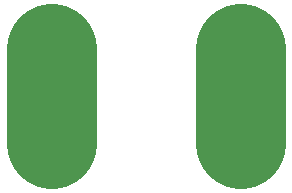
<source format=gbs>
%TF.GenerationSoftware,KiCad,Pcbnew,4.0.5-e0-6337~49~ubuntu16.04.1*%
%TF.CreationDate,2017-05-27T16:38:08-07:00*%
%TF.ProjectId,2x3-Speaker-SMT-11mm-Pitch,3278332D537065616B65722D534D542D,v1.1*%
%TF.FileFunction,Soldermask,Bot*%
%FSLAX46Y46*%
G04 Gerber Fmt 4.6, Leading zero omitted, Abs format (unit mm)*
G04 Created by KiCad (PCBNEW 4.0.5-e0-6337~49~ubuntu16.04.1) date Sat May 27 16:38:08 2017*
%MOMM*%
%LPD*%
G01*
G04 APERTURE LIST*
%ADD10C,0.350000*%
%ADD11C,7.600000*%
G04 APERTURE END LIST*
D10*
D11*
X5320760Y-34529760D02*
X5320760Y-42529760D01*
X21320760Y-34529760D02*
X21320760Y-42529760D01*
D10*
G36*
X5643870Y-39455607D02*
X6234815Y-39576911D01*
X6790958Y-39810692D01*
X7291094Y-40148038D01*
X7716181Y-40576103D01*
X8050026Y-41078581D01*
X8279916Y-41636336D01*
X8397024Y-42227774D01*
X8397024Y-42227784D01*
X8397091Y-42228123D01*
X8387470Y-42917176D01*
X8387393Y-42917514D01*
X8387393Y-42917522D01*
X8253817Y-43505461D01*
X8008445Y-44056576D01*
X7660697Y-44549538D01*
X7223822Y-44965569D01*
X6714460Y-45288821D01*
X6152014Y-45506979D01*
X5557907Y-45611736D01*
X4954763Y-45599102D01*
X4365560Y-45469557D01*
X3812742Y-45228037D01*
X3317367Y-44883742D01*
X2898297Y-44449783D01*
X2571498Y-43942690D01*
X2349416Y-43381774D01*
X2240515Y-42788418D01*
X2248937Y-42185201D01*
X2374366Y-41595107D01*
X2612019Y-41040618D01*
X2952851Y-40542848D01*
X3383872Y-40120760D01*
X3888673Y-39790428D01*
X4448019Y-39564437D01*
X5040605Y-39451396D01*
X5643870Y-39455607D01*
X5643870Y-39455607D01*
G37*
G36*
X21643870Y-39455607D02*
X22234815Y-39576911D01*
X22790958Y-39810692D01*
X23291094Y-40148038D01*
X23716181Y-40576103D01*
X24050026Y-41078581D01*
X24279916Y-41636336D01*
X24397024Y-42227774D01*
X24397024Y-42227784D01*
X24397091Y-42228123D01*
X24387470Y-42917176D01*
X24387393Y-42917514D01*
X24387393Y-42917522D01*
X24253817Y-43505461D01*
X24008445Y-44056576D01*
X23660697Y-44549538D01*
X23223822Y-44965569D01*
X22714460Y-45288821D01*
X22152014Y-45506979D01*
X21557907Y-45611736D01*
X20954763Y-45599102D01*
X20365560Y-45469557D01*
X19812742Y-45228037D01*
X19317367Y-44883742D01*
X18898297Y-44449783D01*
X18571498Y-43942690D01*
X18349416Y-43381774D01*
X18240515Y-42788418D01*
X18248937Y-42185201D01*
X18374366Y-41595107D01*
X18612019Y-41040618D01*
X18952851Y-40542848D01*
X19383872Y-40120760D01*
X19888673Y-39790428D01*
X20448019Y-39564437D01*
X21040605Y-39451396D01*
X21643870Y-39455607D01*
X21643870Y-39455607D01*
G37*
G36*
X5643870Y-31455607D02*
X6234815Y-31576911D01*
X6790958Y-31810692D01*
X7291094Y-32148038D01*
X7716181Y-32576103D01*
X8050026Y-33078581D01*
X8279916Y-33636336D01*
X8397024Y-34227774D01*
X8397024Y-34227784D01*
X8397091Y-34228123D01*
X8387470Y-34917176D01*
X8387393Y-34917514D01*
X8387393Y-34917522D01*
X8253817Y-35505461D01*
X8008445Y-36056576D01*
X7660697Y-36549538D01*
X7223822Y-36965569D01*
X6714460Y-37288821D01*
X6152014Y-37506979D01*
X5557907Y-37611736D01*
X4954763Y-37599102D01*
X4365560Y-37469557D01*
X3812742Y-37228037D01*
X3317367Y-36883742D01*
X2898297Y-36449783D01*
X2571498Y-35942690D01*
X2349416Y-35381774D01*
X2240515Y-34788418D01*
X2248937Y-34185201D01*
X2374366Y-33595107D01*
X2612019Y-33040618D01*
X2952851Y-32542848D01*
X3383872Y-32120760D01*
X3888673Y-31790428D01*
X4448019Y-31564437D01*
X5040605Y-31451396D01*
X5643870Y-31455607D01*
X5643870Y-31455607D01*
G37*
G36*
X21643870Y-31455607D02*
X22234815Y-31576911D01*
X22790958Y-31810692D01*
X23291094Y-32148038D01*
X23716181Y-32576103D01*
X24050026Y-33078581D01*
X24279916Y-33636336D01*
X24397024Y-34227774D01*
X24397024Y-34227784D01*
X24397091Y-34228123D01*
X24387470Y-34917176D01*
X24387393Y-34917514D01*
X24387393Y-34917522D01*
X24253817Y-35505461D01*
X24008445Y-36056576D01*
X23660697Y-36549538D01*
X23223822Y-36965569D01*
X22714460Y-37288821D01*
X22152014Y-37506979D01*
X21557907Y-37611736D01*
X20954763Y-37599102D01*
X20365560Y-37469557D01*
X19812742Y-37228037D01*
X19317367Y-36883742D01*
X18898297Y-36449783D01*
X18571498Y-35942690D01*
X18349416Y-35381774D01*
X18240515Y-34788418D01*
X18248937Y-34185201D01*
X18374366Y-33595107D01*
X18612019Y-33040618D01*
X18952851Y-32542848D01*
X19383872Y-32120760D01*
X19888673Y-31790428D01*
X20448019Y-31564437D01*
X21040605Y-31451396D01*
X21643870Y-31455607D01*
X21643870Y-31455607D01*
G37*
M02*

</source>
